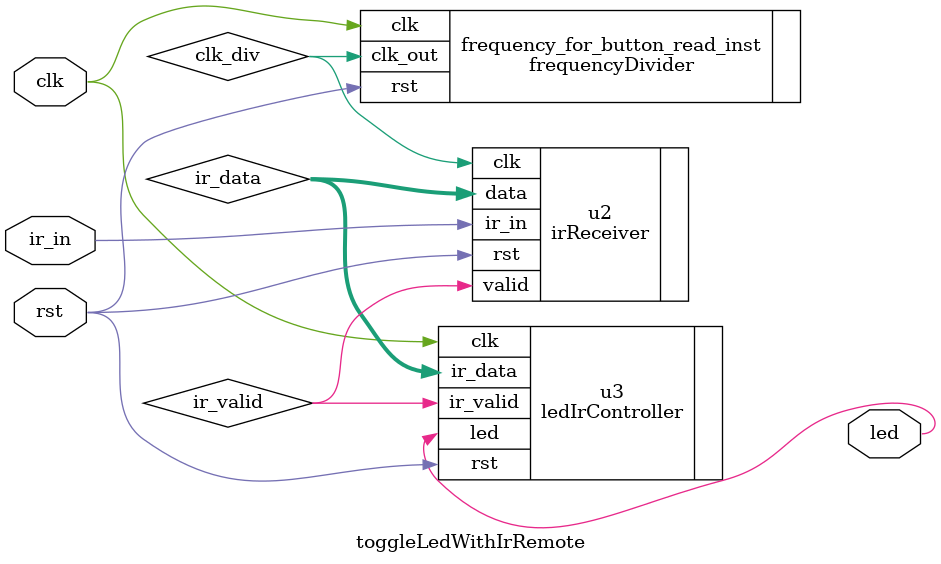
<source format=v>
`timescale 1ns / 1ps


module toggleLedWithIrRemote(
    input clk,          // Clock 125 MHz
    input rst,          // Reset
    input ir_in,        // Tín hi?u t? m?t IR
    output led          // ?i?u khi?n ?èn
);
    wire clk_div;
    wire [31:0] ir_data;
    wire ir_valid;


    parameter TARGET_CLK_FREQ = 38000;            /*This clk for every 400Hz - 2.5ms read button value */
    
    frequencyDivider #(                                     /*This is frequency divider to make clk for systems*/ 
        .TARGET_CLK_FREQ(TARGET_CLK_FREQ)                   //  @input : parameter TARGET_CLK_FREQ*/
    ) frequency_for_button_read_inst(                       //  @output : clk for systems
        .clk(clk),
        .rst(rst),
        .clk_out(clk_div)
    );

    irReceiver u2 (
        .clk(clk_div),
        .rst(rst),
        .ir_in(ir_in),
        .data(ir_data),
        .valid(ir_valid)
    );

    ledIrController u3 (
        .clk(clk),
        .rst(rst),
        .ir_data(ir_data),
        .ir_valid(ir_valid),
        .led(led)
    );
endmodule

</source>
